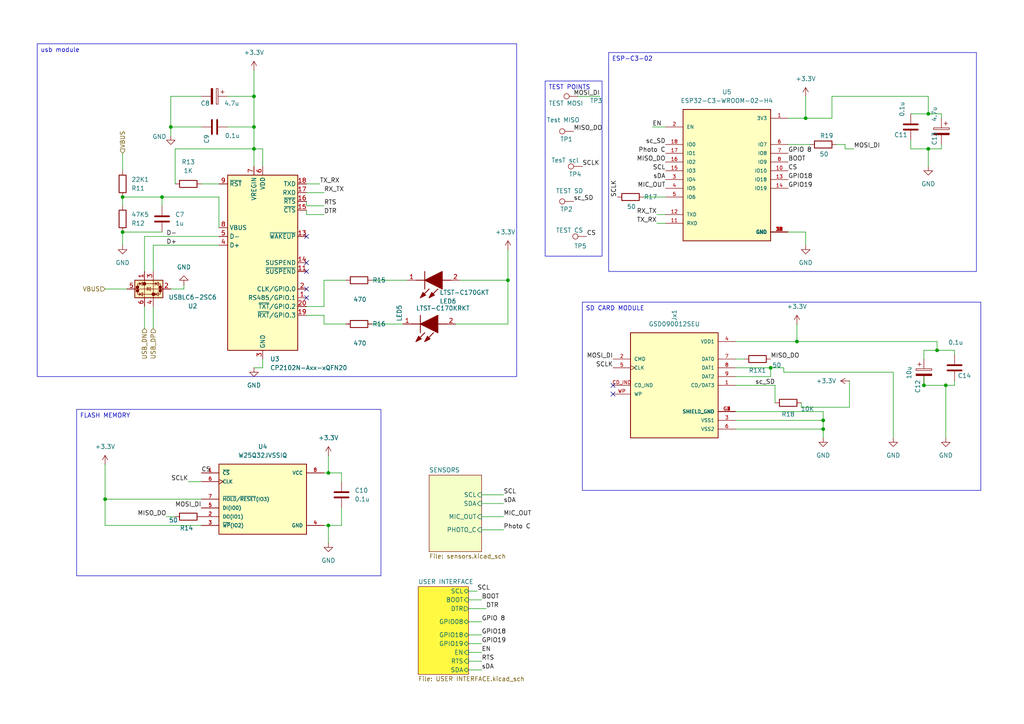
<source format=kicad_sch>
(kicad_sch (version 20250114) (generator "eeschema") (generator_version "9.0")
  (paper "A4")
  (title_block (title "esp32-C3-FLASH_MEMORY") (date "2025-06-22"))
  (lib_symbols
    (symbol "Connector:TestPoint" (pin_numbers (hide yes)) (pin_names (offset 0.762) (hide yes))
      (property "Reference" "TP" (at 0 6.858 0))
      (property "Value" "TestPoint" (at 0 5.08 0))
      (symbol "TestPoint_0_1"
        (circle (center 0 3.302) (radius 0.762))
      )
      (symbol "TestPoint_1_1"
        (pin passive line (at 0 0 90) (length 2.54) (name "1") (number "1"))
      )
    )
    (symbol "Device:C" (pin_numbers (hide yes)) (pin_names (offset 0.254))
      (property "Reference" "C" (at 0.635 2.54 0))
      (property "Value" "C" (at 0.635 -2.54 0))
      (symbol "C_0_1"
        (polyline (pts (xy -2.032 0.762) (xy 2.032 0.762)) (stroke (width 0.508)))
        (polyline (pts (xy -2.032 -0.762) (xy 2.032 -0.762)) (stroke (width 0.508)))
      )
      (symbol "C_1_1"
        (pin passive line (at 0 3.81 270) (length 2.794) (name "~") (number "1"))
        (pin passive line (at 0 -3.81 90) (length 2.794) (name "~") (number "2"))
      )
    )
    (symbol "Device:C_Polarized" (pin_numbers (hide yes)) (pin_names (offset 0.254))
      (property "Reference" "C" (at 0.635 2.54 0))
      (property "Value" "C_Polarized" (at 0.635 -2.54 0))
      (symbol "C_Polarized_0_1"
        (rectangle (start -2.286 0.508) (end 2.286 1.016))
        (polyline (pts (xy -1.778 2.286) (xy -0.762 2.286)))
        (polyline (pts (xy -1.27 2.794) (xy -1.27 1.778)))
        (rectangle (start 2.286 -0.508) (end -2.286 -1.016) (fill (type outline)))
      )
      (symbol "C_Polarized_1_1"
        (pin passive line (at 0 3.81 270) (length 2.794) (name "~") (number "1"))
        (pin passive line (at 0 -3.81 90) (length 2.794) (name "~") (number "2"))
      )
    )
    (symbol "Device:R" (pin_numbers (hide yes)) (pin_names (offset 0))
      (property "Reference" "R" (at 2.032 0 90))
      (property "Value" "R" (at 0 0 90))
      (symbol "R_0_1"
        (rectangle (start -1.016 -2.54) (end 1.016 2.54) (stroke (width 0.254)))
      )
      (symbol "R_1_1"
        (pin passive line (at 0 3.81 270) (length 1.27) (name "~") (number "1"))
        (pin passive line (at 0 -3.81 90) (length 1.27) (name "~") (number "2"))
      )
    )
    (symbol "ESP32-C3-WROOM-02-H4:ESP32-C3-WROOM-02-H4" (pin_names (offset 1.016))
      (property "Reference" "U" (at -12.7 21.082 0))
      (property "Value" "ESP32-C3-WROOM-02-H4" (at -12.7 -18.542 0))
      (symbol "ESP32-C3-WROOM-02-H4_0_0"
        (rectangle (start -12.7 -17.78) (end 12.7 20.32) (stroke (width 0.254)) (fill (type background)))
        (pin input line (at -17.78 15.24 0) (length 5.08) (name "EN") (number "2"))
        (pin bidirectional line (at -17.78 10.16 0) (length 5.08) (name "IO0") (number "18"))
        (pin bidirectional line (at -17.78 7.62 0) (length 5.08) (name "IO1") (number "17"))
        (pin bidirectional line (at -17.78 5.08 0) (length 5.08) (name "IO2") (number "16"))
        (pin bidirectional line (at -17.78 2.54 0) (length 5.08) (name "IO3") (number "15"))
        (pin bidirectional line (at -17.78 0 0) (length 5.08) (name "IO4") (number "3"))
        (pin bidirectional line (at -17.78 -2.54 0) (length 5.08) (name "IO5") (number "4"))
        (pin bidirectional line (at -17.78 -5.08 0) (length 5.08) (name "IO6") (number "5"))
        (pin bidirectional line (at -17.78 -10.16 0) (length 5.08) (name "TXD") (number "12"))
        (pin bidirectional line (at -17.78 -12.7 0) (length 5.08) (name "RXD") (number "11"))
        (pin power_in line (at 17.78 17.78 180) (length 5.08) (name "3V3") (number "1"))
        (pin bidirectional line (at 17.78 10.16 180) (length 5.08) (name "IO7") (number "6"))
        (pin bidirectional line (at 17.78 7.62 180) (length 5.08) (name "IO8") (number "7"))
        (pin bidirectional line (at 17.78 5.08 180) (length 5.08) (name "IO9") (number "8"))
        (pin bidirectional line (at 17.78 2.54 180) (length 5.08) (name "IO10") (number "10"))
        (pin bidirectional line (at 17.78 0 180) (length 5.08) (name "IO18") (number "13"))
        (pin bidirectional line (at 17.78 -2.54 180) (length 5.08) (name "IO19") (number "14"))
        (pin power_in line (at 17.78 -15.24 180) (length 5.08) (name "GND") (number "19"))
        (pin power_in line (at 17.78 -15.24 180) (length 5.08) (name "GND") (number "20"))
        (pin power_in line (at 17.78 -15.24 180) (length 5.08) (name "GND") (number "21"))
        (pin power_in line (at 17.78 -15.24 180) (length 5.08) (name "GND") (number "22"))
        (pin power_in line (at 17.78 -15.24 180) (length 5.08) (name "GND") (number "23"))
        (pin power_in line (at 17.78 -15.24 180) (length 5.08) (name "GND") (number "24"))
        (pin power_in line (at 17.78 -15.24 180) (length 5.08) (name "GND") (number "25"))
        (pin power_in line (at 17.78 -15.24 180) (length 5.08) (name "GND") (number "26"))
        (pin power_in line (at 17.78 -15.24 180) (length 5.08) (name "GND") (number "27"))
        (pin power_in line (at 17.78 -15.24 180) (length 5.08) (name "GND") (number "28"))
        (pin power_in line (at 17.78 -15.24 180) (length 5.08) (name "GND") (number "29"))
        (pin power_in line (at 17.78 -15.24 180) (length 5.08) (name "GND") (number "30"))
        (pin power_in line (at 17.78 -15.24 180) (length 5.08) (name "GND") (number "31"))
        (pin power_in line (at 17.78 -15.24 180) (length 5.08) (name "GND") (number "32"))
        (pin power_in line (at 17.78 -15.24 180) (length 5.08) (name "GND") (number "33"))
        (pin power_in line (at 17.78 -15.24 180) (length 5.08) (name "GND") (number "34"))
        (pin power_in line (at 17.78 -15.24 180) (length 5.08) (name "GND") (number "35"))
        (pin power_in line (at 17.78 -15.24 180) (length 5.08) (name "GND") (number "36"))
        (pin power_in line (at 17.78 -15.24 180) (length 5.08) (name "GND") (number "37"))
        (pin power_in line (at 17.78 -15.24 180) (length 5.08) (name "GND") (number "38"))
        (pin power_in line (at 17.78 -15.24 180) (length 5.08) (name "GND") (number "39"))
        (pin power_in line (at 17.78 -15.24 180) (length 5.08) (name "GND") (number "9"))
      )
    )
    (symbol "GSD090012SEU:GSD090012SEU" (pin_names (offset 1.016))
      (property "Reference" "J" (at -12.7 16.002 0))
      (property "Value" "GSD090012SEU" (at -12.7 -17.78 0))
      (symbol "GSD090012SEU_0_0"
        (rectangle (start -12.7 -15.24) (end 12.7 15.24) (stroke (width 0.254)) (fill (type background)))
        (pin bidirectional line (at -17.78 7.62 0) (length 5.08) (name "CMD") (number "2"))
        (pin bidirectional clock (at -17.78 5.08 0) (length 5.08) (name "CLK") (number "5"))
        (pin passive line (at -17.78 0 0) (length 5.08) (name "CD_IND") (number "CD_IND"))
        (pin passive line (at -17.78 -2.54 0) (length 5.08) (name "WP") (number "WP"))
        (pin power_in line (at 17.78 12.7 180) (length 5.08) (name "VDD1") (number "4"))
        (pin bidirectional line (at 17.78 7.62 180) (length 5.08) (name "DAT0") (number "7"))
        (pin bidirectional line (at 17.78 5.08 180) (length 5.08) (name "DAT1") (number "8"))
        (pin bidirectional line (at 17.78 2.54 180) (length 5.08) (name "DAT2") (number "9"))
        (pin bidirectional line (at 17.78 0 180) (length 5.08) (name "CD/DAT3") (number "1"))
        (pin power_in line (at 17.78 -7.62 180) (length 5.08) (name "SHIELD_GND") (number "G1"))
        (pin power_in line (at 17.78 -7.62 180) (length 5.08) (name "SHIELD_GND") (number "G2"))
        (pin power_in line (at 17.78 -7.62 180) (length 5.08) (name "SHIELD_GND") (number "G3"))
        (pin power_in line (at 17.78 -7.62 180) (length 5.08) (name "SHIELD_GND") (number "G4"))
        (pin power_in line (at 17.78 -10.16 180) (length 5.08) (name "VSS1") (number "3"))
        (pin power_in line (at 17.78 -12.7 180) (length 5.08) (name "VSS2") (number "6"))
      )
    )
    (symbol "Interface_USB:CP2102N-Axx-xQFN20"
      (property "Reference" "U" (at -8.89 26.67 0))
      (property "Value" "CP2102N-Axx-xQFN20" (at 12.7 26.67 0))
      (symbol "CP2102N-Axx-xQFN20_0_1"
        (rectangle (start -10.16 25.4) (end 10.16 -25.4) (stroke (width 0.254)) (fill (type background)))
      )
      (symbol "CP2102N-Axx-xQFN20_1_1"
        (pin input line (at -12.7 22.86 0) (length 2.54) (name "~{RST}") (number "9"))
        (pin input line (at -12.7 10.16 0) (length 2.54) (name "VBUS") (number "8"))
        (pin bidirectional line (at -12.7 7.62 0) (length 2.54) (name "D-") (number "5"))
        (pin bidirectional line (at -12.7 5.08 0) (length 2.54) (name "D+") (number "4"))
        (pin no_connect line (at -10.16 -22.86 0) (length 2.54) (hide yes) (name "NC") (number "10"))
        (pin power_in line (at -2.54 27.94 270) (length 2.54) (name "VREGIN") (number "7"))
        (pin power_in line (at 0 27.94 270) (length 2.54) (name "VDD") (number "6"))
        (pin passive line (at 0 -27.94 90) (length 2.54) (hide yes) (name "GND") (number "12"))
        (pin passive line (at 0 -27.94 90) (length 2.54) (hide yes) (name "GND") (number "21"))
        (pin power_in line (at 0 -27.94 90) (length 2.54) (name "GND") (number "3"))
        (pin output line (at 12.7 22.86 180) (length 2.54) (name "TXD") (number "18"))
        (pin input line (at 12.7 20.32 180) (length 2.54) (name "RXD") (number "17"))
        (pin output line (at 12.7 17.78 180) (length 2.54) (name "~{RTS}") (number "16"))
        (pin input line (at 12.7 15.24 180) (length 2.54) (name "~{CTS}") (number "15"))
        (pin input line (at 12.7 7.62 180) (length 2.54) (name "~{WAKEUP}") (number "13"))
        (pin output line (at 12.7 0 180) (length 2.54) (name "SUSPEND") (number "14"))
        (pin output line (at 12.7 -2.54 180) (length 2.54) (name "~{SUSPEND}") (number "11"))
        (pin bidirectional line (at 12.7 -7.62 180) (length 2.54) (name "CLK/GPIO.0") (number "2"))
        (pin bidirectional line (at 12.7 -10.16 180) (length 2.54) (name "RS485/GPIO.1") (number "1"))
        (pin bidirectional line (at 12.7 -12.7 180) (length 2.54) (name "~{TXT}/GPIO.2") (number "20"))
        (pin bidirectional line (at 12.7 -15.24 180) (length 2.54) (name "~{RXT}/GPIO.3") (number "19"))
      )
    )
    (symbol "LTST-C170GKT:LTST-C170GKT" (pin_names (hide yes))
      (property "Reference" "LED" (at 12.7 8.89 0))
      (property "Value" "LTST-C170GKT" (at 12.7 6.35 0))
      (symbol "LTST-C170GKT_1_1"
        (polyline (pts (xy 2.54 0) (xy 5.08 0)) (stroke (width 0.254)))
        (polyline (pts (xy 5.08 2.54) (xy 5.08 -2.54)) (stroke (width 0.254)))
        (polyline (pts (xy 5.08 0) (xy 10.16 2.54) (xy 10.16 -2.54) (xy 5.08 0)) (stroke (width 0.254)) (fill (type outline)))
        (polyline (pts (xy 5.334 4.318) (xy 4.572 3.556) (xy 3.81 5.08) (xy 5.334 4.318)) (stroke (width 0.254)) (fill (type outline)))
        (polyline (pts (xy 6.35 2.54) (xy 3.81 5.08)) (stroke (width 0.254)))
        (polyline (pts (xy 7.874 4.318) (xy 7.112 3.556) (xy 6.35 5.08) (xy 7.874 4.318)) (stroke (width 0.254)) (fill (type outline)))
        (polyline (pts (xy 8.89 2.54) (xy 6.35 5.08)) (stroke (width 0.254)))
        (polyline (pts (xy 10.16 0) (xy 12.7 0)) (stroke (width 0.254)))
        (pin passive line (at 0 0 0) (length 2.54) (name "K") (number "1"))
        (pin passive line (at 15.24 0 180) (length 2.54) (name "A") (number "2"))
      )
    )
    (symbol "LTST-C170KRKT:LTST-C170KRKT" (pin_names (hide yes))
      (property "Reference" "LED" (at 12.7 8.89 0))
      (property "Value" "LTST-C170KRKT" (at 12.7 6.35 0))
      (symbol "LTST-C170KRKT_1_1"
        (polyline (pts (xy 2.54 0) (xy 5.08 0)) (stroke (width 0.254)))
        (polyline (pts (xy 5.08 2.54) (xy 5.08 -2.54)) (stroke (width 0.254)))
        (polyline (pts (xy 5.08 0) (xy 10.16 2.54) (xy 10.16 -2.54) (xy 5.08 0)) (stroke (width 0.254)) (fill (type outline)))
        (polyline (pts (xy 5.334 4.318) (xy 4.572 3.556) (xy 3.81 5.08) (xy 5.334 4.318)) (stroke (width 0.254)) (fill (type outline)))
        (polyline (pts (xy 6.35 2.54) (xy 3.81 5.08)) (stroke (width 0.254)))
        (polyline (pts (xy 7.874 4.318) (xy 7.112 3.556) (xy 6.35 5.08) (xy 7.874 4.318)) (stroke (width 0.254)) (fill (type outline)))
        (polyline (pts (xy 8.89 2.54) (xy 6.35 5.08)) (stroke (width 0.254)))
        (polyline (pts (xy 10.16 0) (xy 12.7 0)) (stroke (width 0.254)))
        (pin passive line (at 0 0 0) (length 2.54) (name "K") (number "1"))
        (pin passive line (at 15.24 0 180) (length 2.54) (name "A") (number "2"))
      )
    )
    (symbol "Power_Protection:USBLC6-2SC6" (pin_names (hide yes))
      (property "Reference" "U" (at 0.635 5.715 0))
      (property "Value" "USBLC6-2SC6" (at 0.635 3.81 0))
      (symbol "USBLC6-2SC6_0_0"
        (circle (center -1.524 0) (radius 0.0001) (stroke (width 0.508)))
        (circle (center -0.508 2.032) (radius 0.0001) (stroke (width 0.508)))
        (circle (center -0.508 -4.572) (radius 0.0001) (stroke (width 0.508)))
        (circle (center 0.508 2.032) (radius 0.0001) (stroke (width 0.508)))
        (circle (center 0.508 -4.572) (radius 0.0001) (stroke (width 0.508)))
        (circle (center 1.524 -2.54) (radius 0.0001) (stroke (width 0.508)))
      )
      (symbol "USBLC6-2SC6_0_1"
        (polyline (pts (xy -2.54 0) (xy 2.54 0)))
        (polyline (pts (xy -2.54 -2.54) (xy 2.54 -2.54)))
        (polyline (pts (xy -2.032 0.508) (xy -1.016 0.508) (xy -1.524 1.524) (xy -2.032 0.508)))
        (polyline (pts (xy -2.032 -3.048) (xy -1.016 -3.048)))
        (polyline (pts (xy -1.016 1.524) (xy -2.032 1.524)))
        (polyline (pts (xy -1.016 -4.064) (xy -2.032 -4.064) (xy -1.524 -3.048) (xy -1.016 -4.064)))
        (polyline (pts (xy -0.508 -1.143) (xy -0.508 -0.762) (xy 0.508 -0.762)))
        (polyline (pts (xy 0 2.54) (xy -0.508 2.032) (xy 0.508 2.032) (xy 0 1.524) (xy 0 -4.064) (xy -0.508 -4.572) (xy 0.508 -4.572) (xy 0 -5.08)))
        (polyline (pts (xy 0.508 -1.778) (xy -0.508 -1.778) (xy 0 -0.762) (xy 0.508 -1.778)))
        (polyline (pts (xy 1.016 1.524) (xy 2.032 1.524)))
        (polyline (pts (xy 1.016 -3.048) (xy 2.032 -3.048)))
        (polyline (pts (xy 2.032 0.508) (xy 1.016 0.508) (xy 1.524 1.524) (xy 2.032 0.508)))
        (polyline (pts (xy 2.032 -4.064) (xy 1.016 -4.064) (xy 1.524 -3.048) (xy 2.032 -4.064)))
      )
      (symbol "USBLC6-2SC6_1_1"
        (rectangle (start -2.54 2.794) (end 2.54 -5.334) (stroke (width 0.254)) (fill (type background)))
        (polyline (pts (xy -0.508 2.032) (xy -1.524 2.032) (xy -1.524 -4.572) (xy -0.508 -4.572)))
        (polyline (pts (xy 0.508 -4.572) (xy 1.524 -4.572) (xy 1.524 2.032) (xy 0.508 2.032)))
        (pin passive line (at -5.08 0 0) (length 2.54) (name "I/O1") (number "1"))
        (pin passive line (at -5.08 -2.54 0) (length 2.54) (name "I/O2") (number "3"))
        (pin passive line (at 0 5.08 270) (length 2.54) (name "VBUS") (number "5"))
        (pin passive line (at 0 -7.62 90) (length 2.54) (name "GND") (number "2"))
        (pin passive line (at 5.08 0 180) (length 2.54) (name "I/O1") (number "6"))
        (pin passive line (at 5.08 -2.54 180) (length 2.54) (name "I/O2") (number "4"))
      )
    )
    (symbol "W25Q32JVSSIQ:W25Q32JVSSIQ" (pin_names (offset 1.016))
      (property "Reference" "U" (at -12.4723 10.945 0))
      (property "Value" "W25Q32JVSSIQ" (at -12.4744 -12.2198 0))
      (symbol "W25Q32JVSSIQ_0_0"
        (rectangle (start -12.7 -10.16) (end 12.7 10.16) (stroke (width 0.254)) (fill (type background)))
        (pin input line (at -17.78 7.62 0) (length 5.08) (name "~{CS}") (number "1"))
        (pin input clock (at -17.78 5.08 0) (length 5.08) (name "CLK") (number "6"))
        (pin bidirectional line (at -17.78 0 0) (length 5.08) (name "~{HOLD}/~{RESET}(IO3)") (number "7"))
        (pin bidirectional line (at -17.78 -2.54 0) (length 5.08) (name "DI(IO0)") (number "5"))
        (pin bidirectional line (at -17.78 -5.08 0) (length 5.08) (name "DO(IO1)") (number "2"))
        (pin bidirectional line (at -17.78 -7.62 0) (length 5.08) (name "~{WP}(IO2)") (number "3"))
        (pin power_in line (at 17.78 7.62 180) (length 5.08) (name "VCC") (number "8"))
        (pin power_in line (at 17.78 -7.62 180) (length 5.08) (name "GND") (number "4"))
      )
    )
    (symbol "power:+3.3V" (power) (pin_numbers (hide yes)) (pin_names (offset 0) (hide yes))
      (property "Value" "+3.3V" (at 0 3.556 0))
      (symbol "+3.3V_0_1"
        (polyline (pts (xy -0.762 1.27) (xy 0 2.54)))
        (polyline (pts (xy 0 2.54) (xy 0.762 1.27)))
        (polyline (pts (xy 0 0) (xy 0 2.54)))
      )
      (symbol "+3.3V_1_1"
        (pin power_in line (at 0 0 90) (length 0) (name "~") (number "1"))
      )
    )
    (symbol "power:GND" (power) (pin_numbers (hide yes)) (pin_names (offset 0) (hide yes))
      (property "Value" "GND" (at 0 -3.81 0))
      (symbol "GND_0_1"
        (polyline (pts (xy 0 0) (xy 0 -1.27) (xy 1.27 -1.27) (xy 0 -2.54) (xy -1.27 -1.27) (xy 0 -1.27)))
      )
      (symbol "GND_1_1"
        (pin power_in line (at 0 0 270) (length 0) (name "~") (number "1"))
      )
    )
  )
  (text_box "FLASH MEMORY\n" (at 22.225 118.745 0) (size 88.265 48.26) (margins 0.9525 0.9525 0.9525 0.9525) (effects (font (size 1.27 1.27)) (justify left top)))
  (text_box "SD CARD MODULE\n" (at 168.91 87.63 0) (size 115.57 54.61) (margins 0.9525 0.9525 0.9525 0.9525) (effects (font (size 1.27 1.27)) (justify left top)))
  (text_box "TEST POINTS\n" (at 158.115 23.495 0) (size 16.51 50.8) (margins 0.9525 0.9525 0.9525 0.9525) (effects (font (size 1.27 1.27)) (justify left top)))
  (text_box "ESP-C3-02\n" (at 176.53 15.24 0) (size 106.68 63.5) (margins 0.9525 0.9525 0.9525 0.9525) (effects (font (size 1.27 1.27)) (justify left top)))
  (text_box "usb module\n" (at 10.795 12.7 0) (size 139.065 96.52) (margins 0.9525 0.9525 0.9525 0.9525) (effects (font (size 1.27 1.27)) (justify left top)))
  (junction (at 46.99 57.15))
  (junction (at 95.25 152.4))
  (junction (at 269.24 43.18))
  (junction (at 267.97 111.76))
  (junction (at 223.52 106.68))
  (junction (at 49.53 36.83))
  (junction (at 238.76 121.92))
  (junction (at 274.32 111.76))
  (junction (at 269.24 33.02))
  (junction (at 95.25 137.16))
  (junction (at 35.56 57.15))
  (junction (at 147.32 81.28))
  (junction (at 231.14 99.06))
  (junction (at 35.56 67.31))
  (junction (at 271.78 101.6))
  (junction (at 73.66 27.94))
  (junction (at 73.66 36.83))
  (junction (at 73.66 43.18))
  (junction (at 30.48 144.78))
  (junction (at 233.68 34.29))
  (junction (at 238.76 124.46))
  (no_connect (at 88.9 83.82))
  (no_connect (at 177.8 111.76))
  (no_connect (at 88.9 86.36))
  (no_connect (at 88.9 76.2))
  (no_connect (at 88.9 68.58))
  (no_connect (at 88.9 78.74))
  (no_connect (at 177.8 114.3))
  (wire (pts (xy 30.48 144.78) (xy 30.48 152.4)))
  (wire (pts (xy 73.66 106.68) (xy 76.2 106.68)))
  (wire (pts (xy 76.2 106.68) (xy 76.2 104.14)))
  (wire (pts (xy 58.42 53.34) (xy 63.5 53.34)))
  (wire (pts (xy 238.76 119.38) (xy 238.76 121.92)))
  (wire (pts (xy 233.68 27.94) (xy 233.68 34.29)))
  (wire (pts (xy 135.89 194.31) (xy 139.7 194.31)))
  (wire (pts (xy 213.36 99.06) (xy 231.14 99.06)))
  (wire (pts (xy 147.32 93.98) (xy 147.32 81.28)))
  (wire (pts (xy 238.76 121.92) (xy 238.76 124.46)))
  (wire (pts (xy 50.8 53.34) (xy 50.8 43.18)))
  (wire (pts (xy 241.3 27.94) (xy 241.3 34.29)))
  (wire (pts (xy 271.78 101.6) (xy 276.86 101.6)))
  (wire (pts (xy 274.32 111.76) (xy 276.86 111.76)))
  (wire (pts (xy 213.36 106.68) (xy 223.52 106.68)))
  (wire (pts (xy 139.7 149.86) (xy 146.05 149.86)))
  (wire (pts (xy 233.68 34.29) (xy 241.3 34.29)))
  (wire (pts (xy 93.98 93.98) (xy 100.33 93.98)))
  (wire (pts (xy 35.56 57.15) (xy 35.56 59.69)))
  (wire (pts (xy 35.56 44.45) (xy 35.56 49.53)))
  (wire (pts (xy 63.5 57.15) (xy 63.5 66.04)))
  (wire (pts (xy 93.98 91.44) (xy 93.98 93.98)))
  (wire (pts (xy 95.25 137.16) (xy 93.98 137.16)))
  (wire (pts (xy 269.24 43.18) (xy 273.05 43.18)))
  (wire (pts (xy 223.52 109.22) (xy 223.52 106.68)))
  (wire (pts (xy 213.36 111.76) (xy 224.79 111.76)))
  (wire (pts (xy 135.89 171.45) (xy 138.43 171.45)))
  (wire (pts (xy 273.05 43.18) (xy 273.05 41.91)))
  (wire (pts (xy 76.2 43.18) (xy 73.66 43.18)))
  (wire (pts (xy 54.61 139.7) (xy 58.42 139.7)))
  (wire (pts (xy 44.45 95.25) (xy 44.45 88.9)))
  (wire (pts (xy 267.97 111.76) (xy 274.32 111.76)))
  (wire (pts (xy 147.32 72.39) (xy 147.32 81.28)))
  (wire (pts (xy 241.3 27.94) (xy 269.24 27.94)))
  (wire (pts (xy 95.25 152.4) (xy 95.25 157.48)))
  (wire (pts (xy 227.33 106.68) (xy 223.52 106.68)))
  (wire (pts (xy 88.9 62.23) (xy 88.9 60.96)))
  (wire (pts (xy 135.89 184.15) (xy 139.7 184.15)))
  (wire (pts (xy 66.04 36.83) (xy 73.66 36.83)))
  (wire (pts (xy 264.16 43.18) (xy 269.24 43.18)))
  (wire (pts (xy 264.16 33.02) (xy 269.24 33.02)))
  (wire (pts (xy 269.24 48.26) (xy 269.24 43.18)))
  (wire (pts (xy 73.66 27.94) (xy 66.04 27.94)))
  (wire (pts (xy 132.08 93.98) (xy 147.32 93.98)))
  (wire (pts (xy 88.9 55.88) (xy 93.98 55.88)))
  (wire (pts (xy 93.98 152.4) (xy 95.25 152.4)))
  (wire (pts (xy 232.41 118.11) (xy 232.41 116.84)))
  (wire (pts (xy 93.98 62.23) (xy 88.9 62.23)))
  (wire (pts (xy 93.98 59.69) (xy 88.9 59.69)))
  (wire (pts (xy 233.68 67.31) (xy 233.68 71.12)))
  (wire (pts (xy 213.36 109.22) (xy 223.52 109.22)))
  (wire (pts (xy 95.25 132.08) (xy 95.25 137.16)))
  (wire (pts (xy 186.69 57.15) (xy 193.04 57.15)))
  (wire (pts (xy 93.98 81.28) (xy 100.33 81.28)))
  (wire (pts (xy 276.86 101.6) (xy 276.86 102.87)))
  (wire (pts (xy 73.66 20.32) (xy 73.66 27.94)))
  (wire (pts (xy 107.95 81.28) (xy 118.11 81.28)))
  (wire (pts (xy 73.66 36.83) (xy 73.66 27.94)))
  (wire (pts (xy 228.6 41.91) (xy 234.95 41.91)))
  (wire (pts (xy 139.7 153.67) (xy 146.05 153.67)))
  (wire (pts (xy 247.65 43.18) (xy 245.11 43.18)))
  (wire (pts (xy 99.06 147.32) (xy 99.06 152.4)))
  (wire (pts (xy 139.7 143.51) (xy 146.05 143.51)))
  (wire (pts (xy 50.8 43.18) (xy 73.66 43.18)))
  (wire (pts (xy 49.53 83.82) (xy 53.34 83.82)))
  (wire (pts (xy 48.26 149.86) (xy 50.8 149.86)))
  (wire (pts (xy 58.42 27.94) (xy 49.53 27.94)))
  (wire (pts (xy 213.36 124.46) (xy 238.76 124.46)))
  (wire (pts (xy 231.14 99.06) (xy 271.78 99.06)))
  (wire (pts (xy 259.08 107.95) (xy 259.08 127)))
  (wire (pts (xy 245.11 43.18) (xy 245.11 41.91)))
  (wire (pts (xy 190.5 64.77) (xy 193.04 64.77)))
  (wire (pts (xy 88.9 53.34) (xy 92.71 53.34)))
  (wire (pts (xy 271.78 99.06) (xy 271.78 101.6)))
  (wire (pts (xy 46.99 57.15) (xy 63.5 57.15)))
  (wire (pts (xy 58.42 152.4) (xy 30.48 152.4)))
  (wire (pts (xy 228.6 67.31) (xy 233.68 67.31)))
  (wire (pts (xy 73.66 43.18) (xy 73.66 48.26)))
  (wire (pts (xy 189.23 36.83) (xy 193.04 36.83)))
  (wire (pts (xy 231.14 93.98) (xy 231.14 99.06)))
  (wire (pts (xy 53.34 83.82) (xy 53.34 82.55)))
  (wire (pts (xy 135.89 189.23) (xy 139.7 189.23)))
  (wire (pts (xy 135.89 173.99) (xy 139.7 173.99)))
  (wire (pts (xy 41.91 95.25) (xy 41.91 88.9)))
  (wire (pts (xy 267.97 101.6) (xy 267.97 104.14)))
  (wire (pts (xy 227.33 107.95) (xy 227.33 106.68)))
  (wire (pts (xy 224.79 111.76) (xy 224.79 116.84)))
  (wire (pts (xy 73.66 43.18) (xy 73.66 36.83)))
  (wire (pts (xy 276.86 111.76) (xy 276.86 110.49)))
  (wire (pts (xy 269.24 27.94) (xy 269.24 33.02)))
  (wire (pts (xy 246.38 110.49) (xy 246.38 118.11)))
  (wire (pts (xy 49.53 36.83) (xy 58.42 36.83)))
  (wire (pts (xy 238.76 124.46) (xy 238.76 127)))
  (wire (pts (xy 41.91 78.74) (xy 41.91 68.58)))
  (wire (pts (xy 88.9 59.69) (xy 88.9 58.42)))
  (wire (pts (xy 107.95 93.98) (xy 116.84 93.98)))
  (wire (pts (xy 213.36 119.38) (xy 238.76 119.38)))
  (wire (pts (xy 44.45 71.12) (xy 63.5 71.12)))
  (wire (pts (xy 135.89 176.53) (xy 140.97 176.53)))
  (wire (pts (xy 135.89 180.34) (xy 139.7 180.34)))
  (wire (pts (xy 49.53 36.83) (xy 49.53 39.37)))
  (wire (pts (xy 49.53 27.94) (xy 49.53 36.83)))
  (wire (pts (xy 213.36 121.92) (xy 238.76 121.92)))
  (wire (pts (xy 213.36 104.14) (xy 215.9 104.14)))
  (wire (pts (xy 76.2 48.26) (xy 76.2 43.18)))
  (wire (pts (xy 267.97 101.6) (xy 271.78 101.6)))
  (wire (pts (xy 30.48 83.82) (xy 36.83 83.82)))
  (wire (pts (xy 88.9 91.44) (xy 93.98 91.44)))
  (wire (pts (xy 41.91 68.58) (xy 63.5 68.58)))
  (wire (pts (xy 139.7 146.05) (xy 146.05 146.05)))
  (wire (pts (xy 190.5 62.23) (xy 193.04 62.23)))
  (wire (pts (xy 232.41 118.11) (xy 246.38 118.11)))
  (wire (pts (xy 274.32 127) (xy 274.32 111.76)))
  (wire (pts (xy 44.45 78.74) (xy 44.45 71.12)))
  (wire (pts (xy 46.99 67.31) (xy 35.56 67.31)))
  (wire (pts (xy 93.98 88.9) (xy 93.98 81.28)))
  (wire (pts (xy 147.32 81.28) (xy 133.35 81.28)))
  (wire (pts (xy 30.48 134.62) (xy 30.48 144.78)))
  (wire (pts (xy 264.16 40.64) (xy 264.16 43.18)))
  (wire (pts (xy 269.24 33.02) (xy 273.05 33.02)))
  (wire (pts (xy 46.99 57.15) (xy 46.99 59.69)))
  (wire (pts (xy 228.6 34.29) (xy 233.68 34.29)))
  (wire (pts (xy 95.25 152.4) (xy 99.06 152.4)))
  (wire (pts (xy 99.06 139.7) (xy 99.06 137.16)))
  (wire (pts (xy 58.42 144.78) (xy 30.48 144.78)))
  (wire (pts (xy 227.33 107.95) (xy 259.08 107.95)))
  (wire (pts (xy 273.05 33.02) (xy 273.05 34.29)))
  (wire (pts (xy 88.9 88.9) (xy 93.98 88.9)))
  (wire (pts (xy 135.89 191.77) (xy 139.7 191.77)))
  (wire (pts (xy 35.56 67.31) (xy 35.56 71.12)))
  (wire (pts (xy 99.06 137.16) (xy 95.25 137.16)))
  (wire (pts (xy 267.97 109.22) (xy 267.97 111.76)))
  (wire (pts (xy 167.64 27.94) (xy 173.99 27.94)))
  (wire (pts (xy 35.56 57.15) (xy 46.99 57.15)))
  (wire (pts (xy 242.57 41.91) (xy 245.11 41.91)))
  (wire (pts (xy 135.89 186.69) (xy 139.7 186.69)))
  (label "EN" (at 139.7 189.23 0))
  (label "MISO_DO" (at 48.26 149.86 180))
  (label "D+" (at 48.26 71.12 0))
  (label "sDA" (at 139.7 194.31 0))
  (label "MISO_DO" (at 223.52 104.14 0))
  (label "TX_RX" (at 92.71 53.34 0))
  (label "DTR" (at 93.98 62.23 0))
  (label "RTS" (at 139.7 191.77 0))
  (label "sDA" (at 193.04 52.07 180))
  (label "DTR" (at 140.97 176.53 0))
  (label "GPIO19" (at 139.7 186.69 0))
  (label "Photo C" (at 193.04 44.45 180))
  (label "BOOT" (at 139.7 173.99 0))
  (label "MIC_OUT" (at 193.04 54.61 180))
  (label "sc_SD" (at 224.79 111.76 180))
  (label "SCLK" (at 177.8 106.68 180))
  (label "GPIO19" (at 228.6 54.61 0))
  (label "SCL" (at 146.05 143.51 0))
  (label "MOSI_DI" (at 177.8 104.14 180))
  (label "SCLK" (at 168.91 48.26 0))
  (label "CS" (at 58.42 137.16 0))
  (label "RTS" (at 93.98 59.69 0))
  (label "TX_RX" (at 190.5 64.77 180))
  (label "MISO_DO" (at 166.37 38.1 0))
  (label "CS" (at 170.18 68.58 0))
  (label "Photo C" (at 146.05 153.67 0))
  (label "sc_SD" (at 166.37 58.42 0))
  (label "GPIO18" (at 139.7 184.15 0))
  (label "MISO_DO" (at 193.04 46.99 180))
  (label "GPIO 8" (at 228.6 44.45 0))
  (label "RX_TX" (at 93.98 55.88 0))
  (label "MOSI_DI" (at 173.99 27.94 180))
  (label "SCL" (at 138.43 171.45 0))
  (label "D-" (at 48.26 68.58 0))
  (label "SCLK" (at 54.61 139.7 180))
  (label "MOSI_DI" (at 247.65 43.18 0))
  (label "RX_TX" (at 190.5 62.23 180))
  (label "MOSI_DI" (at 58.42 147.32 180))
  (label "MIC_OUT" (at 146.05 149.86 0))
  (label "SCLK" (at 179.07 57.15 90))
  (label "SCL" (at 193.04 49.53 180))
  (label "EN" (at 189.23 36.83 0))
  (label "GPIO18" (at 228.6 52.07 0))
  (label "BOOT" (at 228.6 46.99 0))
  (label "GPIO 8" (at 139.7 180.34 0))
  (label "CS" (at 228.6 49.53 0))
  (label "sDA" (at 146.05 146.05 0))
  (label "sc_SD" (at 193.04 41.91 180))
  (hierarchical_label "USB_DN" (shape input) (at 41.91 95.25 270))
  (hierarchical_label "USB_DP" (shape input) (at 44.45 95.25 270))
  (hierarchical_label "VBUS" (shape input) (at 35.56 44.45 90))
  (hierarchical_label "VBUS" (shape input) (at 30.48 83.82 180))
  (symbol (lib_id "Device:C_Polarized") (at 273.05 38.1 0) (mirror y) (unit 1)
    (property "Reference" "C13" (at 271.018 42.164 90) (effects (justify left)))
    (property "Value" "4.7u" (at 271.018 35.306 90) (effects (justify left)))
    (property "Footprint" "ESP32 PROJECT LIBRARY:T491A" (effects (hide yes)))
    (property "Description" "Polarized capacitor" (effects (hide yes)))
  )
  (symbol (lib_id "power:+3.3V") (at 246.38 110.49 90) (unit 1)
    (property "Reference" "#PWR032" (effects (hide yes)))
    (property "Value" "+3.3V" (at 242.57 110.4899 90) (effects (justify left)))
    (property "Description" "Power symbol creates a global label with name \"+3.3V\"" (effects (hide yes)))
  )
  (symbol (lib_id "W25Q32JVSSIQ:W25Q32JVSSIQ") (at 76.2 144.78 0) (unit 1)
    (property "Reference" "U4" (at 76.2 129.54 0))
    (property "Value" "W25Q32JVSSIQ" (at 76.2 132.08 0))
    (property "Footprint" "ESP32 PROJECT LIBRARY:SOIC127P790X216-8N" (effects (hide yes)))
    (property "MF" "Winbond" (effects (hide yes)))
    (property "Description_1" "FLASH - NOR Memory IC 32Mb (4M x 8) SPI - Quad I/O 133 MHz 8-SOIC" (effects (hide yes)))
    (property "Package" "SOIC-8 Winbond" (effects (hide yes)))
    (property "Price" "None" (effects (hide yes)))
    (property "SnapEDA_Link" "https://www.snapeda.com/parts/W25Q32JVSSIQ/Winbond+Electronics/view-part/?ref=snap" (effects (hide yes)))
    (property "MP" "W25Q32JVSSIQ" (effects (hide yes)))
    (property "M_PART_NUMBER" "W25QXX" (effects (hide yes)))
    (property "Availability" "In Stock" (effects (hide yes)))
    (property "Check_prices" "https://www.snapeda.com/parts/W25Q32JVSSIQ/Winbond+Electronics/view-part/?ref=eda" (effects (hide yes)))
  )
  (symbol (lib_id "power:GND") (at 49.53 39.37 0) (unit 1)
    (property "Reference" "#PWR022" (effects (hide yes)))
    (property "Value" "GND" (at 46.228 39.624 0))
    (property "Description" "Power symbol creates a global label with name \"GND\" , ground" (effects (hide yes)))
  )
  (symbol (lib_id "power:+3.3V") (at 73.66 20.32 0) (unit 1)
    (property "Reference" "#PWR024" (effects (hide yes)))
    (property "Value" "+3.3V" (at 73.66 15.24 0))
    (property "Description" "Power symbol creates a global label with name \"+3.3V\"" (effects (hide yes)))
  )
  (symbol (lib_id "LTST-C170GKT:LTST-C170GKT") (at 118.11 81.28 0) (mirror x) (unit 1)
    (property "Reference" "LED6" (at 127.508 87.376 0) (effects (justify left)))
    (property "Value" "LTST-C170GKT" (at 127.508 84.836 0) (effects (justify left)))
    (property "Footprint" "ESP32 PROJECT LIBRARY:LEDC2012X120N" (effects (hide yes)))
    (property "Datasheet" "https://mm.digikey.com/Volume0/opasdata/d220001/medias/docus/895/LTST-C170GKT.pdf" (effects (hide yes)))
    (property "Description" "LED,SMD,0805,Green,6mcd,130deg Lite-On LTST-C170GKT, CHIPLED 0805 Series Green LED, 569 nm 2012 (0805), Rectangle Lens SMD package" (effects (hide yes)))
    (property "Height" "1.2" (effects (hide yes)))
    (property "Manufacturer_Name" "Lite-On" (effects (hide yes)))
    (property "Manufacturer_Part_Number" "LTST-C170GKT" (effects (hide yes)))
    (property "Mouser Part Number" "859-LTST-C170GKT" (effects (hide yes)))
    (property "Mouser Price/Stock" "https://www.mouser.co.uk/ProductDetail/Lite-On/LTST-C170GKT?qs=%2FSqKn2EfXQSV5aRij3YIfQ%3D%3D" (effects (hide yes)))
    (property "Arrow Part Number" "LTST-C170GKT" (effects (hide yes)))
    (property "Arrow Price/Stock" "https://www.arrow.com/en/products/ltst-c170gkt/lite-on-technology?utm_currency=USD&region=nac" (effects (hide yes)))
  )
  (symbol (lib_id "Device:R") (at 182.88 57.15 90) (mirror x) (unit 1)
    (property "Reference" "R17" (at 188.6961 57.1116 90))
    (property "Value" "50" (at 183.134 59.944 90))
    (property "Footprint" "Resistor_SMD:R_0805_2012Metric" (effects (hide yes)))
    (property "Description" "Resistor" (effects (hide yes)))
  )
  (symbol (lib_id "power:GND") (at 238.76 127 0) (unit 1)
    (property "Reference" "#PWR031" (effects (hide yes)))
    (property "Value" "GND" (at 238.76 132.08 0))
    (property "Description" "Power symbol creates a global label with name \"GND\" , ground" (effects (hide yes)))
  )
  (symbol (lib_id "power:GND") (at 233.68 71.12 0) (unit 1)
    (property "Reference" "#PWR030" (effects (hide yes)))
    (property "Value" "GND" (at 233.68 76.2 0))
    (property "Description" "Power symbol creates a global label with name \"GND\" , ground" (effects (hide yes)))
  )
  (symbol (lib_id "Device:R") (at 228.6 116.84 90) (unit 1)
    (property "Reference" "R18" (at 228.6 120.142 90))
    (property "Value" "10K" (at 234.188 118.618 90))
    (property "Footprint" "Resistor_SMD:R_0805_2012Metric" (effects (hide yes)))
    (property "Description" "Resistor" (effects (hide yes)))
  )
  (symbol (lib_id "Device:R") (at 219.71 104.14 90) (unit 1)
    (property "Reference" "R1X1" (at 219.71 107.442 90))
    (property "Value" "50" (at 225.298 105.918 90))
    (property "Footprint" "Resistor_SMD:R_0805_2012Metric" (effects (hide yes)))
    (property "Description" "Resistor" (effects (hide yes)))
  )
  (symbol (lib_id "Connector:TestPoint") (at 166.37 38.1 90) (unit 1)
    (property "Reference" "TP1" (at 166.116 40.386 90) (effects (justify left)))
    (property "Value" "Test MISO" (at 168.148 34.798 90) (effects (justify left)))
    (property "Footprint" "TestPoint:TestPoint_Pad_D1.0mm" (effects (hide yes)))
    (property "Description" "test point" (effects (hide yes)))
  )
  (symbol (lib_id "power:+3.3V") (at 30.48 134.62 0) (unit 1)
    (property "Reference" "#PWR020" (effects (hide yes)))
    (property "Value" "+3.3V" (at 30.48 129.54 0))
    (property "Description" "Power symbol creates a global label with name \"+3.3V\"" (effects (hide yes)))
  )
  (symbol (lib_id "LTST-C170KRKT:LTST-C170KRKT") (at 116.84 93.98 0) (mirror x) (unit 1)
    (property "Reference" "LED5" (at 115.824 88.392 90) (effects (justify left)))
    (property "Value" "LTST-C170KRKT" (at 120.65 89.408 0) (effects (justify left)))
    (property "Footprint" "ESP32 PROJECT LIBRARY:LEDC2012X120N" (effects (hide yes)))
    (property "Datasheet" "https://componentsearchengine.com/Datasheets/1/LTST-C170KRKT.pdf" (effects (hide yes)))
    (property "Description" "Standard LEDs - SMD Red Clear 631nm" (effects (hide yes)))
    (property "Height" "1.2" (effects (hide yes)))
    (property "Manufacturer_Name" "Lite-On" (effects (hide yes)))
    (property "Manufacturer_Part_Number" "LTST-C170KRKT" (effects (hide yes)))
    (property "Mouser Part Number" "859-LTST-C170KRKT" (effects (hide yes)))
    (property "Mouser Price/Stock" "https://www.mouser.co.uk/ProductDetail/Lite-On/LTST-C170KRKT?qs=NUb82WqeCyrVOID%2Fxt4rgA%3D%3D" (effects (hide yes)))
    (property "Arrow Part Number" "LTST-C170KRKT" (effects (hide yes)))
    (property "Arrow Price/Stock" "https://www.arrow.com/en/products/ltst-c170krkt/lite-on-technology?utm_currency=USD&region=nac" (effects (hide yes)))
  )
  (symbol (lib_id "power:GND") (at 53.34 82.55 180) (unit 1)
    (property "Reference" "#PWR023" (effects (hide yes)))
    (property "Value" "GND" (at 53.34 77.47 0))
    (property "Description" "Power symbol creates a global label with name \"GND\" , ground" (effects (hide yes)))
  )
  (symbol (lib_id "power:+3.3V") (at 147.32 72.39 0) (unit 1)
    (property "Reference" "#PWR027" (effects (hide yes)))
    (property "Value" "+3.3V" (at 146.558 67.31 0))
    (property "Description" "Power symbol creates a global label with name \"+3.3V\"" (effects (hide yes)))
  )
  (symbol (lib_id "ESP32-C3-WROOM-02-H4:ESP32-C3-WROOM-02-H4") (at 210.82 52.07 0) (unit 1)
    (property "Reference" "U5" (at 210.82 26.67 0))
    (property "Value" "ESP32-C3-WROOM-02-H4" (at 210.82 29.21 0))
    (property "Footprint" "ESP32 PROJECT LIBRARY:MODULE_ESP32-C3-WROOM-02-H4" (effects (hide yes)))
    (property "MF" "Espressif Systems" (effects (hide yes)))
    (property "Description_1" "WiFi Modules (802.11) (Engineering Samples) SMD module, ESP32-C3, 4MB SPI flash, PCB antenna, -40 C +105 C" (effects (hide yes)))
    (property "Package" "Package" (effects (hide yes)))
    (property "Price" "None" (effects (hide yes)))
    (property "Check_prices" "https://www.snapeda.com/parts/ESP32-C3-WROOM-02-H4/Espressif+Systems/view-part/?ref=eda" (effects (hide yes)))
    (property "SnapEDA_Link" "https://www.snapeda.com/parts/ESP32-C3-WROOM-02-H4/Espressif+Systems/view-part/?ref=snap" (effects (hide yes)))
    (property "MP" "ESP32-C3-WROOM-02-H4" (effects (hide yes)))
    (property "Availability" "In Stock" (effects (hide yes)))
    (property "Purchase-URL" "https://pricing.snapeda.com/search/part/ESP32-C3-WROOM-02-H4/?ref=eda" (effects (hide yes)))
  )
  (symbol (lib_id "Device:R") (at 35.56 53.34 0) (mirror x) (unit 1)
    (property "Reference" "R11" (at 38.1 54.6101 0) (effects (justify left)))
    (property "Value" "22K1" (at 38.1 52.0701 0) (effects (justify left)))
    (property "Footprint" "Resistor_SMD:R_0805_2012Metric" (effects (hide yes)))
    (property "Description" "Resistor" (effects (hide yes)))
  )
  (symbol (lib_id "Device:R") (at 54.61 53.34 90) (unit 1)
    (property "Reference" "R13" (at 54.61 46.99 90))
    (property "Value" "1K" (at 54.61 49.53 90))
    (property "Footprint" "Resistor_SMD:R_0805_2012Metric" (effects (hide yes)))
    (property "Description" "Resistor" (effects (hide yes)))
  )
  (symbol (lib_id "power:GND") (at 73.66 106.68 0) (unit 1)
    (property "Reference" "#PWR056" (effects (hide yes)))
    (property "Value" "GND" (at 73.66 111.76 0))
    (property "Description" "Power symbol creates a global label with name \"GND\" , ground" (effects (hide yes)))
  )
  (symbol (lib_id "power:GND") (at 95.25 157.48 0) (unit 1)
    (property "Reference" "#PWR026" (effects (hide yes)))
    (property "Value" "GND" (at 95.25 162.56 0))
    (property "Description" "Power symbol creates a global label with name \"GND\" , ground" (effects (hide yes)))
  )
  (symbol (lib_id "Device:C") (at 264.16 36.83 0) (mirror x) (unit 1)
    (property "Reference" "C11" (at 259.334 39.116 0) (effects (justify left)))
    (property "Value" "0.1u" (at 261.62 29.464 90) (effects (justify left)))
    (property "Footprint" "Capacitor_SMD:C_0805_2012Metric" (effects (hide yes)))
    (property "Description" "Unpolarized capacitor" (effects (hide yes)))
  )
  (symbol (lib_id "Connector:TestPoint") (at 167.64 27.94 90) (unit 1)
    (property "Reference" "TP3" (at 174.752 29.21 90) (effects (justify left)))
    (property "Value" "TEST MOSI" (at 169.164 29.972 90) (effects (justify left)))
    (property "Footprint" "TestPoint:TestPoint_Pad_D1.0mm" (effects (hide yes)))
    (property "Description" "test point" (effects (hide yes)))
  )
  (symbol (lib_id "Device:R") (at 104.14 93.98 90) (mirror x) (unit 1)
    (property "Reference" "R16" (at 109.9561 93.9416 90))
    (property "Value" "470" (at 104.394 99.568 90))
    (property "Footprint" "Resistor_SMD:R_0805_2012Metric" (effects (hide yes)))
    (property "Description" "Resistor" (effects (hide yes)))
  )
  (symbol (lib_id "Device:R") (at 35.56 63.5 0) (mirror x) (unit 1)
    (property "Reference" "R12" (at 38.1 64.7701 0) (effects (justify left)))
    (property "Value" "47K5" (at 38.1 62.2301 0) (effects (justify left)))
    (property "Footprint" "Resistor_SMD:R_0805_2012Metric" (effects (hide yes)))
    (property "Description" "Resistor" (effects (hide yes)))
  )
  (symbol (lib_id "power:GND") (at 269.24 48.26 0) (unit 1)
    (property "Reference" "#PWR034" (effects (hide yes)))
    (property "Value" "GND" (at 269.24 53.34 0))
    (property "Description" "Power symbol creates a global label with name \"GND\" , ground" (effects (hide yes)))
  )
  (symbol (lib_id "Device:R") (at 54.61 149.86 90) (unit 1)
    (property "Reference" "R14" (at 54.102 153.162 90))
    (property "Value" "50" (at 50.292 150.876 90))
    (property "Footprint" "Resistor_SMD:R_0805_2012Metric" (effects (hide yes)))
    (property "Description" "Resistor" (effects (hide yes)))
  )
  (symbol (lib_id "Device:C") (at 276.86 106.68 180) (unit 1)
    (property "Reference" "C14" (at 281.686 108.966 0) (effects (justify left)))
    (property "Value" "0.1u" (at 279.4 99.314 0) (effects (justify left)))
    (property "Footprint" "Capacitor_SMD:C_0805_2012Metric" (effects (hide yes)))
    (property "Description" "Unpolarized capacitor" (effects (hide yes)))
  )
  (symbol (lib_id "Interface_USB:CP2102N-Axx-xQFN20") (at 76.2 76.2 0) (unit 1)
    (property "Reference" "U3" (at 78.3433 104.14 0) (effects (justify left)))
    (property "Value" "CP2102N-Axx-xQFN20" (at 78.3433 106.68 0) (effects (justify left)))
    (property "Footprint" "Package_DFN_QFN:SiliconLabs_QFN-20-1EP_3x3mm_P0.5mm_EP1.8x1.8mm" (effects (hide yes)))
    (property "Datasheet" "https://www.silabs.com/documents/public/data-sheets/cp2102n-datasheet.pdf" (effects (hide yes)))
    (property "Description" "USB to UART master bridge, QFN-20" (effects (hide yes)))
  )
  (symbol (lib_id "Device:C_Polarized") (at 267.97 107.95 0) (unit 1)
    (property "Reference" "C12" (at 266.192 114.046 90) (effects (justify left)))
    (property "Value" "10u" (at 263.652 109.982 90) (effects (justify left)))
    (property "Footprint" "ESP32 PROJECT LIBRARY:T491A" (effects (hide yes)))
    (property "Description" "Polarized capacitor" (effects (hide yes)))
  )
  (symbol (lib_id "Device:R") (at 238.76 41.91 90) (mirror x) (unit 1)
    (property "Reference" "R19" (at 239.776 39.37 90))
    (property "Value" "50" (at 239.014 44.704 90))
    (property "Footprint" "Resistor_SMD:R_0805_2012Metric" (effects (hide yes)))
    (property "Description" "Resistor" (effects (hide yes)))
  )
  (symbol (lib_id "Device:R") (at 104.14 81.28 90) (mirror x) (unit 1)
    (property "Reference" "R15" (at 109.9561 81.2416 90))
    (property "Value" "470" (at 104.394 86.868 90))
    (property "Footprint" "Resistor_SMD:R_0805_2012Metric" (effects (hide yes)))
    (property "Description" "Resistor" (effects (hide yes)))
  )
  (symbol (lib_id "Connector:TestPoint") (at 170.18 68.58 90) (unit 1)
    (property "Reference" "TP5" (at 170.18 71.374 90) (effects (justify left)))
    (property "Value" "TEST CS" (at 169.164 66.802 90) (effects (justify left)))
    (property "Footprint" "TestPoint:TestPoint_Pad_D1.0mm" (effects (hide yes)))
    (property "Description" "test point" (effects (hide yes)))
  )
  (symbol (lib_id "Device:C_Polarized") (at 62.23 27.94 270) (unit 1)
    (property "Reference" "C8" (at 58.166 29.972 90) (effects (justify left)))
    (property "Value" "4.7u" (at 65.024 29.972 90) (effects (justify left)))
    (property "Footprint" "ESP32 PROJECT LIBRARY:T491A" (effects (hide yes)))
    (property "Description" "Polarized capacitor" (effects (hide yes)))
  )
  (symbol (lib_id "power:GND") (at 35.56 71.12 0) (unit 1)
    (property "Reference" "#PWR021" (effects (hide yes)))
    (property "Value" "GND" (at 35.56 76.2 0))
    (property "Description" "Power symbol creates a global label with name \"GND\" , ground" (effects (hide yes)))
  )
  (symbol (lib_id "Device:C") (at 99.06 143.51 0) (unit 1)
    (property "Reference" "C10" (at 102.87 142.2399 0) (effects (justify left)))
    (property "Value" "0.1u" (at 102.87 144.7799 0) (effects (justify left)))
    (property "Footprint" "Capacitor_SMD:C_0805_2012Metric" (effects (hide yes)))
    (property "Description" "Unpolarized capacitor" (effects (hide yes)))
  )
  (symbol (lib_id "GSD090012SEU:GSD090012SEU") (at 195.58 111.76 0) (unit 1)
    (property "Reference" "Jx1" (at 195.58 91.44 90))
    (property "Value" "GSD090012SEU" (at 195.58 93.98 0))
    (property "Footprint" "ESP32 PROJECT LIBRARY:AMPHENOL_GSD090012SEU" (effects (hide yes)))
    (property "MF" "Amphenol" (effects (hide yes)))
    (property "MAXIMUM_PACKAGE_HEIGHT" "2.95mm" (effects (hide yes)))
    (property "Package" "None" (effects (hide yes)))
    (property "Price" "None" (effects (hide yes)))
    (property "Check_prices" "https://www.snapeda.com/parts/GSD090012SEU/Amphenol/view-part/?ref=eda" (effects (hide yes)))
    (property "STANDARD" "Manufacturer Recommendations" (effects (hide yes)))
    (property "PARTREV" "E" (effects (hide yes)))
    (property "SnapEDA_Link" "https://www.snapeda.com/parts/GSD090012SEU/Amphenol/view-part/?ref=snap" (effects (hide yes)))
    (property "MP" "GSD090012SEU" (effects (hide yes)))
    (property "Description_1" "Micro SD and SD Card Sockets, Input Output Connectors, SD Socket,9 Position,SMT" (effects (hide yes)))
    (property "Availability" "In Stock" (effects (hide yes)))
    (property "MANUFACTURER" "Amphenol" (effects (hide yes)))
  )
  (symbol (lib_id "power:+3.3V") (at 231.14 93.98 0) (unit 1)
    (property "Reference" "#PWR028" (effects (hide yes)))
    (property "Value" "+3.3V" (at 231.14 88.9 0))
    (property "Description" "Power symbol creates a global label with name \"+3.3V\"" (effects (hide yes)))
  )
  (symbol (lib_id "power:+3.3V") (at 95.25 132.08 0) (unit 1)
    (property "Reference" "#PWR025" (effects (hide yes)))
    (property "Value" "+3.3V" (at 95.25 127 0))
    (property "Description" "Power symbol creates a global label with name \"+3.3V\"" (effects (hide yes)))
  )
  (symbol (lib_id "power:GND") (at 274.32 127 0) (unit 1)
    (property "Reference" "#PWR035" (effects (hide yes)))
    (property "Value" "GND" (at 274.32 132.08 0))
    (property "Description" "Power symbol creates a global label with name \"GND\" , ground" (effects (hide yes)))
  )
  (symbol (lib_id "Connector:TestPoint") (at 166.37 58.42 90) (unit 1)
    (property "Reference" "TP2" (at 166.116 60.706 90) (effects (justify left)))
    (property "Value" "TEST SD" (at 169.164 55.372 90) (effects (justify left)))
    (property "Footprint" "TestPoint:TestPoint_Pad_D1.0mm" (effects (hide yes)))
    (property "Description" "test point" (effects (hide yes)))
  )
  (symbol (lib_id "power:GND") (at 259.08 127 0) (unit 1)
    (property "Reference" "#PWR033" (effects (hide yes)))
    (property "Value" "GND" (at 259.08 132.08 0))
    (property "Description" "Power symbol creates a global label with name \"GND\" , ground" (effects (hide yes)))
  )
  (symbol (lib_id "Connector:TestPoint") (at 168.91 48.26 90) (unit 1)
    (property "Reference" "TP4" (at 168.656 50.546 90) (effects (justify left)))
    (property "Value" "TesT scl" (at 167.894 46.482 90) (effects (justify left)))
    (property "Footprint" "TestPoint:TestPoint_Pad_D1.0mm" (effects (hide yes)))
    (property "Description" "test point" (effects (hide yes)))
  )
  (symbol (lib_id "Device:C") (at 46.99 63.5 0) (unit 1)
    (property "Reference" "C7" (at 50.8 62.2299 0) (effects (justify left)))
    (property "Value" "1u" (at 50.8 64.7699 0) (effects (justify left)))
    (property "Footprint" "Capacitor_SMD:C_0805_2012Metric" (effects (hide yes)))
    (property "Description" "Unpolarized capacitor" (effects (hide yes)))
  )
  (symbol (lib_id "power:+3.3V") (at 233.68 27.94 0) (unit 1)
    (property "Reference" "#PWR029" (effects (hide yes)))
    (property "Value" "+3.3V" (at 233.68 22.86 0))
    (property "Description" "Power symbol creates a global label with name \"+3.3V\"" (effects (hide yes)))
  )
  (symbol (lib_id "Power_Protection:USBLC6-2SC6") (at 41.91 83.82 90) (mirror x) (unit 1)
    (property "Reference" "U2" (at 55.88 88.7732 90))
    (property "Value" "USBLC6-2SC6" (at 55.88 86.2332 90))
    (property "Footprint" "Package_TO_SOT_SMD:SOT-23-6" (effects (hide yes)))
    (property "Datasheet" "https://www.st.com/resource/en/datasheet/usblc6-2.pdf" (effects (hide yes)))
    (property "Description" "Very low capacitance ESD protection diode, 2 data-line, SOT-23-6" (effects (hide yes)))
  )
  (symbol (lib_id "Device:C") (at 62.23 36.83 90) (unit 1)
    (property "Reference" "C9" (at 59.944 41.656 0) (effects (justify left)))
    (property "Value" "0.1u" (at 69.596 39.37 90) (effects (justify left)))
    (property "Footprint" "Capacitor_SMD:C_0805_2012Metric" (effects (hide yes)))
    (property "Description" "Unpolarized capacitor" (effects (hide yes)))
  )
  (sheet (at 121.285 170.18) (size 14.605 25.4) (stroke (width 0.1524)) (fill (color 255 250 65 1.0000))
    (property "Sheetname" "USER INTERFACE" (at 121.285 169.4684 0) (effects (justify left bottom)))
    (property "Sheetfile" "USER INTERFACE.kicad_sch" (at 121.285 196.1646 0) (effects (justify left top)))
    (pin "BOOT" input (at 135.89 173.99 0))
    (pin "DTR" output (at 135.89 176.53 0))
    (pin "EN" input (at 135.89 189.23 0))
    (pin "GPIO08" bidirectional (at 135.89 180.34 0))
    (pin "GPIO18" bidirectional (at 135.89 184.15 0))
    (pin "GPIO19" bidirectional (at 135.89 186.69 0))
    (pin "RTS" input (at 135.89 191.77 0))
    (pin "SCL" bidirectional (at 135.89 171.45 0))
    (pin "SDA" bidirectional (at 135.89 194.31 0))
  )
  (sheet (at 124.46 137.795) (size 15.24 22.225) (stroke (width 0.1524)) (fill (color 245 255 200 1.0000))
    (property "Sheetname" "SENSORS" (at 124.46 137.0834 0) (effects (justify left bottom)))
    (property "Sheetfile" "sensors.kicad_sch" (at 124.46 160.6046 0) (effects (justify left top)))
    (pin "SCL" input (at 139.7 143.51 0))
    (pin "SDA" input (at 139.7 146.05 0))
    (pin "MIC_OUT" input (at 139.7 149.86 0))
    (pin "PHOTO_C" input (at 139.7 153.67 0))
  )
)
</source>
